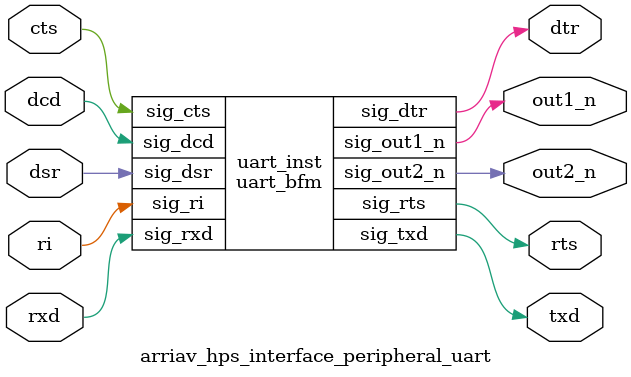
<source format=sv>


module uart_bfm
(
   sig_cts,
   sig_dsr,
   sig_dcd,
   sig_ri,
   sig_rxd,
   sig_dtr,
   sig_rts,
   sig_out1_n,
   sig_out2_n,
   sig_txd
);

   //--------------------------------------------------------------------------
   // =head1 PINS 
   // =head2 User defined interface
   //--------------------------------------------------------------------------
   input sig_cts;
   input sig_dsr;
   input sig_dcd;
   input sig_ri;
   input sig_rxd;
   output sig_dtr;
   output sig_rts;
   output sig_out1_n;
   output sig_out2_n;
   output sig_txd;

   // synthesis translate_off
   import verbosity_pkg::*;
   
   typedef logic ROLE_cts_t;
   typedef logic ROLE_dsr_t;
   typedef logic ROLE_dcd_t;
   typedef logic ROLE_ri_t;
   typedef logic ROLE_rxd_t;
   typedef logic ROLE_dtr_t;
   typedef logic ROLE_rts_t;
   typedef logic ROLE_out1_n_t;
   typedef logic ROLE_out2_n_t;
   typedef logic ROLE_txd_t;

   logic [0 : 0] cts_in;
   logic [0 : 0] cts_local;
   logic [0 : 0] dsr_in;
   logic [0 : 0] dsr_local;
   logic [0 : 0] dcd_in;
   logic [0 : 0] dcd_local;
   logic [0 : 0] ri_in;
   logic [0 : 0] ri_local;
   logic [0 : 0] rxd_in;
   logic [0 : 0] rxd_local;
   reg dtr_temp;
   reg dtr_out;
   reg rts_temp;
   reg rts_out;
   reg out1_n_temp;
   reg out1_n_out;
   reg out2_n_temp;
   reg out2_n_out;
   reg txd_temp;
   reg txd_out;

   //--------------------------------------------------------------------------
   // =head1 Public Methods API
   // =pod
   // This section describes the public methods in the application programming
   // interface (API). The application program interface provides methods for 
   // a testbench which instantiates, controls and queries state in this BFM 
   // component. Test programs must only use these public access methods and 
   // events to communicate with this BFM component. The API and module pins
   // are the only interfaces of this component that are guaranteed to be
   // stable. The API will be maintained for the life of the product. 
   // While we cannot prevent a test program from directly accessing internal
   // tasks, functions, or data private to the BFM, there is no guarantee that
   // these will be present in the future. In fact, it is best for the user
   // to assume that the underlying implementation of this component can 
   // and will change.
   // =cut
   //--------------------------------------------------------------------------
   
   event signal_input_cts_change;
   event signal_input_dsr_change;
   event signal_input_dcd_change;
   event signal_input_ri_change;
   event signal_input_rxd_change;
   
   function automatic string get_version();  // public
      // Return BFM version string. For example, version 9.1 sp1 is "9.1sp1" 
      string ret_version = "12.1";
      return ret_version;
   endfunction

   // -------------------------------------------------------
   // cts
   // -------------------------------------------------------
   function automatic ROLE_cts_t get_cts();
   
      // Gets the cts input value.
      $sformat(message, "%m: called get_cts");
      print(VERBOSITY_DEBUG, message);
      return cts_in;
      
   endfunction

   // -------------------------------------------------------
   // dsr
   // -------------------------------------------------------
   function automatic ROLE_dsr_t get_dsr();
   
      // Gets the dsr input value.
      $sformat(message, "%m: called get_dsr");
      print(VERBOSITY_DEBUG, message);
      return dsr_in;
      
   endfunction

   // -------------------------------------------------------
   // dcd
   // -------------------------------------------------------
   function automatic ROLE_dcd_t get_dcd();
   
      // Gets the dcd input value.
      $sformat(message, "%m: called get_dcd");
      print(VERBOSITY_DEBUG, message);
      return dcd_in;
      
   endfunction

   // -------------------------------------------------------
   // ri
   // -------------------------------------------------------
   function automatic ROLE_ri_t get_ri();
   
      // Gets the ri input value.
      $sformat(message, "%m: called get_ri");
      print(VERBOSITY_DEBUG, message);
      return ri_in;
      
   endfunction

   // -------------------------------------------------------
   // rxd
   // -------------------------------------------------------
   function automatic ROLE_rxd_t get_rxd();
   
      // Gets the rxd input value.
      $sformat(message, "%m: called get_rxd");
      print(VERBOSITY_DEBUG, message);
      return rxd_in;
      
   endfunction

   // -------------------------------------------------------
   // dtr
   // -------------------------------------------------------

   function automatic void set_dtr (
      ROLE_dtr_t new_value
   );
      // Drive the new value to dtr.
      
      $sformat(message, "%m: method called arg0 %0d", new_value); 
      print(VERBOSITY_DEBUG, message);
      
      dtr_temp = new_value;
   endfunction

   // -------------------------------------------------------
   // rts
   // -------------------------------------------------------

   function automatic void set_rts (
      ROLE_rts_t new_value
   );
      // Drive the new value to rts.
      
      $sformat(message, "%m: method called arg0 %0d", new_value); 
      print(VERBOSITY_DEBUG, message);
      
      rts_temp = new_value;
   endfunction

   // -------------------------------------------------------
   // out1_n
   // -------------------------------------------------------

   function automatic void set_out1_n (
      ROLE_out1_n_t new_value
   );
      // Drive the new value to out1_n.
      
      $sformat(message, "%m: method called arg0 %0d", new_value); 
      print(VERBOSITY_DEBUG, message);
      
      out1_n_temp = new_value;
   endfunction

   // -------------------------------------------------------
   // out2_n
   // -------------------------------------------------------

   function automatic void set_out2_n (
      ROLE_out2_n_t new_value
   );
      // Drive the new value to out2_n.
      
      $sformat(message, "%m: method called arg0 %0d", new_value); 
      print(VERBOSITY_DEBUG, message);
      
      out2_n_temp = new_value;
   endfunction

   // -------------------------------------------------------
   // txd
   // -------------------------------------------------------

   function automatic void set_txd (
      ROLE_txd_t new_value
   );
      // Drive the new value to txd.
      
      $sformat(message, "%m: method called arg0 %0d", new_value); 
      print(VERBOSITY_DEBUG, message);
      
      txd_temp = new_value;
   endfunction

   assign cts_in = sig_cts;
   assign dsr_in = sig_dsr;
   assign dcd_in = sig_dcd;
   assign ri_in = sig_ri;
   assign rxd_in = sig_rxd;
   assign sig_dtr = dtr_temp;
   assign sig_rts = rts_temp;
   assign sig_out1_n = out1_n_temp;
   assign sig_out2_n = out2_n_temp;
   assign sig_txd = txd_temp;


   always @(cts_in) begin
      if (cts_local != cts_in)
         -> signal_input_cts_change;
      cts_local = cts_in;
   end
   
   always @(dsr_in) begin
      if (dsr_local != dsr_in)
         -> signal_input_dsr_change;
      dsr_local = dsr_in;
   end
   
   always @(dcd_in) begin
      if (dcd_local != dcd_in)
         -> signal_input_dcd_change;
      dcd_local = dcd_in;
   end
   
   always @(ri_in) begin
      if (ri_local != ri_in)
         -> signal_input_ri_change;
      ri_local = ri_in;
   end
   
   always @(rxd_in) begin
      if (rxd_local != rxd_in)
         -> signal_input_rxd_change;
      rxd_local = rxd_in;
   end
   


// synthesis translate_on

endmodule

module cyclonev_hps_interface_peripheral_uart (
   input  wire cts,
   input  wire dsr,
   input  wire dcd,
   input  wire ri,
   input  wire rxd,
   output wire dtr,
   output wire rts,
   output wire out1_n,
   output wire out2_n,
   output wire txd
);

   uart_bfm uart_inst (
      .sig_cts(cts),
      .sig_dsr(dsr),
      .sig_dcd(dcd),
      .sig_ri(ri),
      .sig_rxd(rxd),
      .sig_dtr(dtr),
      .sig_rts(rts),
      .sig_out1_n(out1_n),
      .sig_out2_n(out2_n),
      .sig_txd(txd)
   );

endmodule 

module arriav_hps_interface_peripheral_uart (
   input  wire cts,
   input  wire dsr,
   input  wire dcd,
   input  wire ri,
   input  wire rxd,
   output wire dtr,
   output wire rts,
   output wire out1_n,
   output wire out2_n,
   output wire txd
);

   uart_bfm uart_inst (
      .sig_cts(cts),
      .sig_dsr(dsr),
      .sig_dcd(dcd),
      .sig_ri(ri),
      .sig_rxd(rxd),
      .sig_dtr(dtr),
      .sig_rts(rts),
      .sig_out1_n(out1_n),
      .sig_out2_n(out2_n),
      .sig_txd(txd)
   );

endmodule 
</source>
